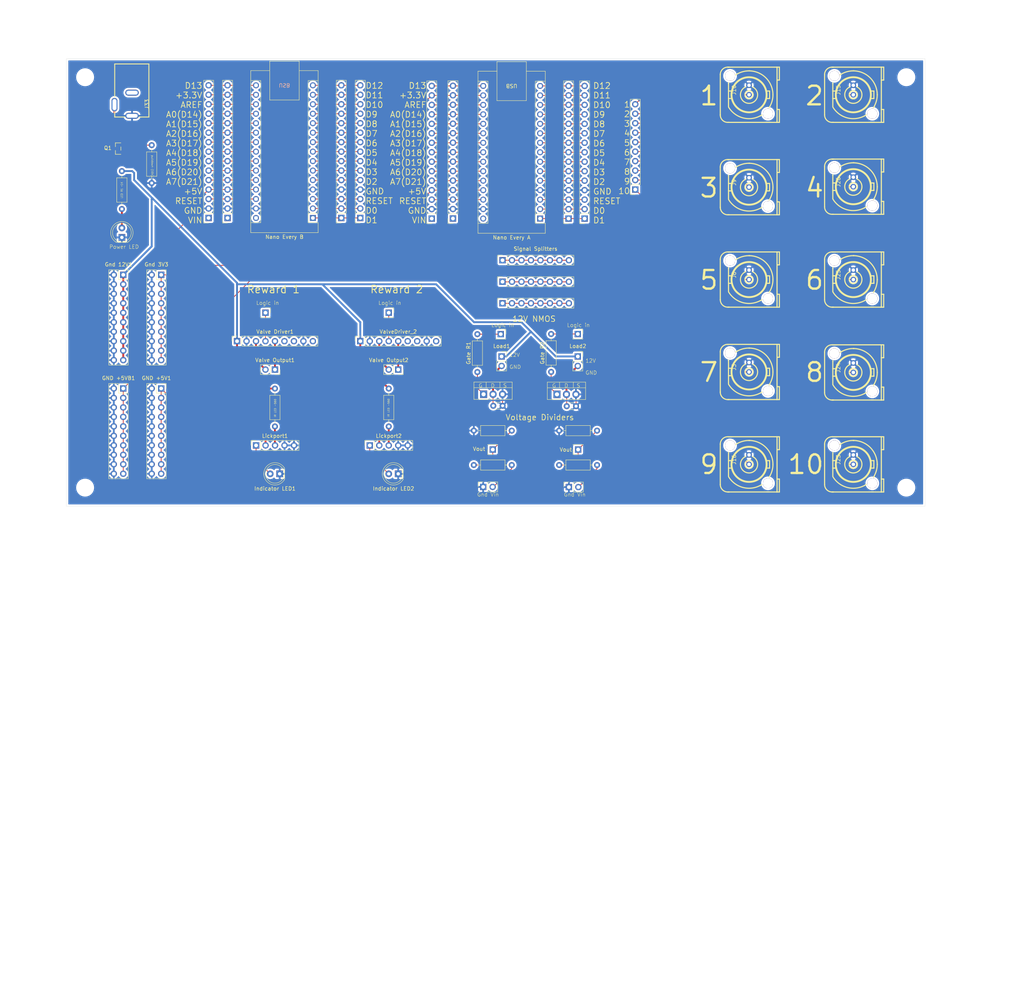
<source format=kicad_pcb>
(kicad_pcb (version 20241229) (generator "pcbnew") (generator_version "9.0")
  (title_block (title "Matrix Rigs PCB") (date "2025-04-25") (rev "1.0") (company "Saleem lab") (comment 1 "E. A. B. Horrocks"))
  (layers (0 "F.Cu" signal) (2 "B.Cu" jumper) (13 "F.Paste" user) (15 "B.Paste" user) (5 "F.SilkS" user "F.Silkscreen") (7 "B.SilkS" user "B.Silkscreen") (1 "F.Mask" user) (3 "B.Mask" user) (25 "Edge.Cuts" user))
  (net 0 "")
  (net 1 "D3")
  (net 2 "A3")
  (net 3 "A7")
  (net 4 "AREF")
  (net 5 "TX1")
  (net 6 "A1")
  (net 7 "D11")
  (net 8 "D8")
  (net 9 "D4")
  (net 10 "D5")
  (net 11 "+5V")
  (net 12 "A0")
  (net 13 "D9")
  (net 14 "RST")
  (net 15 "D10")
  (net 16 "GND")
  (net 17 "D13")
  (net 18 "A4")
  (net 19 "RX0")
  (net 20 "A2")
  (net 21 "D12")
  (net 22 "D6")
  (net 23 "A5")
  (net 24 "D2")
  (net 25 "A6")
  (net 26 "VIN")
  (net 27 "D7")
  (net 28 "+3V3")
  (net 29 "Net-(J3-In)")
  (net 30 "Net-(J10-In)")
  (net 31 "D2_B")
  (net 32 "D10_B")
  (net 33 "A4_B")
  (net 34 "D3_B")
  (net 35 "D4_B")
  (net 36 "RX0_B")
  (net 37 "D12_B")
  (net 38 "+5V_B")
  (net 39 "AREF_B")
  (net 40 "A1_B")
  (net 41 "A2_B")
  (net 42 "D11_B")
  (net 43 "RST_B")
  (net 44 "A5_B")
  (net 45 "D13_B")
  (net 46 "A7_B")
  (net 47 "D7_B")
  (net 48 "A0_B")
  (net 49 "D9_B")
  (net 50 "D5_B")
  (net 51 "+3V3_B")
  (net 52 "A6_B")
  (net 54 "D6_B")
  (net 55 "A3_B")
  (net 56 "TX1_B")
  (net 57 "D8_B")
  (net 58 "VIN_B")
  (net 59 "+12V")
  (net 63 "Net-(Load1-Pin_2)")
  (net 64 "Net-(NMOS-T220-G)")
  (net 67 "Net-(D3-A)")
  (net 68 "Net-(SignalSplitter1-Pin_1)")
  (net 69 "Net-(SignalSplitter2-Pin_1)")
  (net 70 "Net-(SignalSplitter3-Pin_1)")
  (net 71 "Net-(J25-In)")
  (net 72 "Net-(J4-Pin_6)")
  (net 73 "Net-(J26-In)")
  (net 74 "Net-(J15-In)")
  (net 75 "Net-(J4-Pin_8)")
  (net 76 "Net-(J24-In)")
  (net 77 "Net-(J23-In)")
  (net 78 "Net-(J16-In)")
  (net 79 "Net-(Q1-S)")
  (net 80 "Net-(Q1-G)")
  (net 81 "Net-(Indicator LED1-A)")
  (net 82 "Net-(Indicator LED2-A)")
  (net 83 "Net-(J7-Pin_1)")
  (net 84 "Net-(J11-Pin_2)")
  (net 85 "Net-(J8-Pin_1)")
  (net 86 "Net-(Q3-G)")
  (net 87 "Net-(Lickport1-Pin_3)")
  (net 88 "Net-(Lickport2-Pin_3)")
  (net 89 "Net-(J12-Pin_2)")
  (net 90 "Net-(J13-Pin_2)")
  (net 91 "Net-(Output1-Pin_1)")
  (net 92 "Net-(Output2-Pin_1)")
  (net 93 "Net-(Valve Driver1-Pin_4)")
  (net 94 "Net-(Valve Driver1-Pin_5)")
  (net 97 "Net-(Valve Driver1-Pin_3)")
  (net 99 "Net-(Valve logic in2-Pin_1)")
  (net 100 "Net-(Valve Output2-Pin_1)")
  (net 101 "Net-(Valve Output2-Pin_2)")
  (footprint "Connector_PinSocket_2.54mm:PinSocket_1x05_P2.54mm_Vertical" (layer "F.Cu") (at 556.26 233.68 90)
    (property "Reference" "Lickport2")
    (property "Value" "Conn_01x05_Socket" (hide yes))
  )
  (footprint "easyeda2kicad:CONN-TH_1-1337541-0" (layer "F.Cu") (at 685.8 163.07 90)
    (property "Reference" "J26")
    (property "Value" "Conn_Coaxial")
  )
  (footprint "Resistor_THT:R_Axial_DIN0207_L6.3mm_D2.5mm_P10.16mm_Horizontal" (layer "F.Cu") (at 604.847479 213.981602 90)
    (property "Reference" "Gate R2")
    (property "Value" "10-100kohm")
  )
  (footprint "Connector_PinSocket_2.54mm:PinSocket_1x08_P2.54mm_Vertical" (layer "F.Cu") (at 591.82 189.812888 90)
    (property "Reference" "SignalSplitter2" (hide yes))
    (property "Value" "Conn_01x08_Pin" (hide yes))
  )
  (footprint "Connector_PinSocket_2.54mm:PinSocket_1x02_P2.54mm_Vertical" (layer "F.Cu") (at 609.599999 244.854078 90)
    (property "Reference" "J12" (hide yes))
    (property "Value" "Conn_01x02_Socket" (hide yes))
  )
  (footprint "Capacitor_THT:C_Disc_D3.0mm_W1.6mm_P2.50mm" (layer "F.Cu") (at 609.021947 223.167663)
    (property "Reference" "C2" (hide yes))
    (property "Value" "C")
  )
  (footprint "Connector_PinSocket_2.54mm:PinSocket_1x02_P2.54mm_Vertical" (layer "F.Cu") (at 586.633583 244.805674 90)
    (property "Reference" "J13" (hide yes))
    (property "Value" "Conn_01x02_Socket" (hide yes))
  )
  (footprint "Connector_PinSocket_2.54mm:PinSocket_1x15_P2.54mm_Vertical" (layer "F.Cu") (at 609.510281 172.88415 180)
    (property "Reference" "J1" (hide yes))
    (property "Value" "Conn_01x15_Socket" (hide yes))
  )
  (footprint "Package_TO_SOT_THT:TO-220-3_Vertical" (layer "F.Cu") (at 606.409472 219.998789)
    (property "Reference" "Q3" (hide yes))
    (property "Value" "NMOS")
  )
  (footprint "LED_THT:LED_D5.0mm" (layer "F.Cu") (at 489.849877 177.936616 90)
    (property "Reference" "D3" (hide yes))
    (property "Value" "LED")
  )
  (footprint "Connector_PinSocket_2.54mm:PinSocket_1x15_P2.54mm_Vertical" (layer "F.Cu") (at 572.860711 172.886306 180)
    (property "Reference" "J32" (hide yes))
    (property "Value" "Conn_01x15_Socket" (hide yes))
  )
  (footprint "Connector_PinSocket_2.54mm:PinSocket_1x01_P2.54mm_Vertical" (layer "F.Cu") (at 589.210449 234.796928 180)
    (property "Reference" "Vout")
    (property "Value" "Conn_01x01_Socket" (hide yes))
  )
  (footprint "Connector_PinSocket_2.54mm:PinSocket_1x15_P2.54mm_Vertical" (layer "F.Cu") (at 518.16 172.72 180)
    (property "Reference" "J30" (hide yes))
    (property "Value" "Conn_01x15_Socket" (hide yes))
  )
  (footprint "MountingHole:MountingHole_4.3mm_M4" (layer "F.Cu") (at 480 135)
    (property "Reference" "H1" (hide yes))
    (property "Value" "MountingHole")
  )
  (footprint "easyeda2kicad:CONN-TH_1-1337541-0" (layer "F.Cu") (at 657.86 187.96 90)
    (property "Reference" "J6")
    (property "Value" "Conn_Coaxial")
  )
  (footprint "Connector_PinSocket_2.54mm:PinSocket_1x02_P2.54mm_Vertical" (layer "F.Cu") (at 591.569472 209.838789)
    (property "Reference" "Load1")
    (property "Value" "Conn_01x02_Socket" (hide yes))
  )
  (footprint "Resistor_THT:R_Axial_DIN0207_L6.3mm_D2.5mm_P10.16mm_Horizontal" (layer "F.Cu") (at 594.290449 238.937533 180)
    (property "Reference" "VoltageDivider_R1_2" (hide yes))
    (property "Value" "R")
  )
  (footprint "Connector_PinSocket_2.54mm:PinSocket_2x10_P2.54mm_Vertical" (layer "F.Cu") (at 490.22 187.96)
    (property "Reference" "Gnd 12V1")
    (property "Value" "Conn_02x10_Top_Bottom" (hide yes))
  )
  (footprint "Connector_PinSocket_2.54mm:PinSocket_1x01_P2.54mm_Vertical" (layer "F.Cu") (at 591.343693 203.860398)
    (property "Reference" "J7" (hide yes))
    (property "Value" "Conn_01x01_Socket" (hide yes))
  )
  (footprint "LED_THT:LED_D5.0mm" (layer "F.Cu") (at 532.125 241.3 180)
    (property "Reference" "Indicator LED1")
    (property "Value" "LED")
  )
  (footprint "Module:Arduino_Nano" (layer "F.Cu") (at 601.890281 172.88415 180)
    (property "Reference" "Nano Every A")
    (property "Value" "Arduino_Nano_v3.A")
  )
  (footprint "Resistor_THT:R_Axial_DIN0207_L6.3mm_D2.5mm_P10.16mm_Horizontal" (layer "F.Cu") (at 497.84 153.20375 -90)
    (property "Reference" "R8" (hide yes))
    (property "Value" "10-100kohm")
  )
  (footprint "easyeda2kicad:CONN-TH_1-1337541-0" (layer "F.Cu") (at 685.8 187.96 90)
    (property "Reference" "J25")
    (property "Value" "Conn_Coaxial")
  )
  (footprint "Resistor_THT:R_Axial_DIN0207_L6.3mm_D2.5mm_P10.16mm_Horizontal" (layer "F.Cu") (at 561.34 218.44 -90)
    (property "Reference" "IR LED -560")
    (property "Value" "560ohm" (hide yes))
  )
  (footprint "Connector_PinSocket_2.54mm:PinSocket_1x15_P2.54mm_Vertical" (layer "F.Cu") (at 548.64 172.72 180)
    (property "Reference" "J29" (hide yes))
    (property "Value" "Conn_01x15_Socket" (hide yes))
  )
  (footprint "Connector_PinSocket_2.54mm:PinSocket_1x09_P2.54mm_Vertical" (layer "F.Cu") (at 520.7 205.74 90)
    (property "Reference" "Valve Driver1")
    (property "Value" "Conn_01x09_Socket" (hide yes))
  )
  (footprint "Connector_PinSocket_2.54mm:PinSocket_2x10_P2.54mm_Vertical" (layer "F.Cu") (at 500.38 218.415579)
    (property "Reference" "GND +5V1")
    (property "Value" "Conn_02x10_Top_Bottom" (hide yes))
  )
  (footprint "Resistor_THT:R_Axial_DIN0207_L6.3mm_D2.5mm_P10.16mm_Horizontal" (layer "F.Cu") (at 530.85 218.44 -90)
    (property "Reference" "IR LED -1" (hide yes))
    (property "Value" "560ohm" (hide yes))
  )
  (footprint "LED_THT:LED_D5.0mm" (layer "F.Cu") (at 563.88 241.3 180)
    (property "Reference" "Indicator LED2")
    (property "Value" "LED")
  )
  (footprint "Module:Arduino_Nano" (layer "F.Cu") (at 541.02 172.72 180)
    (property "Reference" "Nano Every B")
    (property "Value" "Arduino_Nano_v3.B")
  )
  (footprint "Connector_PinSocket_2.54mm:PinSocket_1x02_P2.54mm_Vertical" (layer "F.Cu") (at 611.987479 209.838789)
    (property "Reference" "Load2")
    (property "Value" "Conn_01x02_Socket" (hide yes))
  )
  (footprint "Connector_PinSocket_2.54mm:PinSocket_1x15_P2.54mm_Vertical" (layer "F.Cu") (at 513.08 172.72 180)
    (property "Reference" "J28" (hide yes))
    (property "Value" "Conn_01x15_Socket" (hide yes))
  )
  (footprint "Connector_PinSocket_2.54mm:PinSocket_2x10_P2.54mm_Vertical" (layer "F.Cu") (at 490.22 218.415579)
    (property "Reference" "GND +5VB1")
    (property "Value" "Conn_02x10_Top_Bottom" (hide yes))
  )
  (footprint "Resistor_THT:R_Axial_DIN0207_L6.3mm_D2.5mm_P10.16mm_Horizontal" (layer "F.Cu") (at 585.083693 214.020398 90)
    (property "Reference" "Gate R1")
    (property "Value" "10-100kohm" (hide yes))
  )
  (footprint "Connector_PinSocket_2.54mm:PinSocket_1x02_P2.54mm_Vertical" (layer "F.Cu") (at 530.86 213.36 -90)
    (property "Reference" "Valve Output1")
    (property "Value" "Conn_01x02_Socket")
  )
  (footprint "easyeda2kicad:SOT-23-3_L2.9-W1.3-P1.90-LS2.4-BR" (layer "F.Cu") (at 488.849877 154.126616)
    (property "Reference" "Q1")
    (property "Value" "PMOS")
  )
  (footprint "Resistor_THT:R_Axial_DIN0207_L6.3mm_D2.5mm_P10.16mm_Horizontal" (layer "F.Cu") (at 489.849877 160.156616 -90)
    (property "Reference" "LED R1 ~1K")
    (property "Value" "1kohm" (hide yes))
  )
  (footprint "Package_TO_SOT_THT:TO-220-3_Vertical" (layer "F.Cu") (at 586.743693 219.970398)
    (property "Reference" "NMOS-T220" (hide yes))
    (property "Value" "NMOS")
  )
  (footprint "Connector_PinSocket_2.54mm:PinSocket_1x05_P2.54mm_Vertical" (layer "F.Cu") (at 525.8 233.68 90)
    (property "Reference" "Lickport1")
    (property "Value" "Conn_01x05_Socket" (hide yes))
  )
  (footprint "easyeda2kicad:CONN-TH_1-1337541-0" (layer "F.Cu") (at 657.86 212.725 90)
    (property "Reference" "J3")
    (property "Value" "Conn_Coaxial")
  )
  (footprint "easyeda2kicad:CONN-TH_1-1337541-0" (layer "F.Cu") (at 685.8 138.43 90)
    (property "Reference" "J15")
    (property "Value" "Conn_Coaxial" (hide yes))
  )
  (footprint "Connector_PinSocket_2.54mm:PinSocket_1x02_P2.54mm_Vertical" (layer "F.Cu") (at 563.88 213.36 -90)
    (property "Reference" "Valve Output2")
    (property "Value" "Conn_01x02_Socket" (hide yes))
  )
  (footprint "Connector_PinSocket_2.54mm:PinSocket_1x10_P2.54mm_Vertical" (layer "F.Cu") (at 627.38 165.1 180)
    (property "Reference" "J4" (hide yes))
    (property "Value" "Conn_01x10_Socket" (hide yes))
  )
  (footprint "Connector_PinSocket_2.54mm:PinSocket_1x15_P2.54mm_Vertical" (layer "F.Cu") (at 553.72 172.72 180)
    (property "Reference" "J27" (hide yes))
    (property "Value" "Conn_01x15_Socket" (hide yes))
  )
  (footprint "Connector_PinSocket_2.54mm:PinSocket_1x01_P2.54mm_Vertical" (layer "F.Cu") (at 612.070449 234.796928 180)
    (property "Reference" "Vout")
    (property "Value" "Conn_01x01_Socket" (hide yes))
  )
  (footprint "Connector_PinSocket_2.54mm:PinSocket_1x01_P2.54mm_Vertical" (layer "F.Cu") (at 611.987479 203.821602)
    (property "Reference" "J8" (hide yes))
    (property "Value" "Conn_01x01_Socket" (hide yes))
  )
  (footprint "Connector_PinSocket_2.54mm:PinSocket_1x09_P2.54mm_Vertical" (layer "F.Cu") (at 553.72 205.74 90)
    (property "Reference" "ValveDriver_2")
    (property "Value" "Conn_01x09_Socket" (hide yes))
  )
  (footprint "easyeda2kicad:CONN-TH_1-1337541-0" (layer "F.Cu") (at 685.8 212.85 90)
    (property "Reference" "J24")
    (property "Value" "Conn_Coaxial")
  )
  (footprint "Resistor_THT:R_Axial_DIN0207_L6.3mm_D2.5mm_P10.16mm_Horizontal" (layer "F.Cu") (at 617.150449 229.716928 180)
    (property "Reference" "VoltageDivider_R2_1" (hide yes))
    (property "Value" "VoltageDivider_R2_1" (hide yes))
  )
  (footprint "Connector_PinSocket_2.54mm:PinSocket_1x15_P2.54mm_Vertical" (layer "F.Cu") (at 613.808433 172.886552 180)
    (property "Reference" "J31" (hide yes))
    (property "Value" "Conn_01x15_Socket" (hide yes))
  )
  (footprint "Connector_PinSocket_2.54mm:PinSocket_2x10_P2.54mm_Vertical" (layer "F.Cu") (at 500.38 187.96)
    (property "Reference" "Gnd 3V3")
    (property "Value" "Conn_02x10_Top_Bottom" (hide yes))
  )
  (footprint "Capacitor_THT:C_Disc_D3.0mm_W1.6mm_P2.50mm" (layer "F.Cu") (at 589.346136 223.053323)
    (property "Reference" "C1" (hide yes))
    (property "Value" "C")
  )
  (footprint "easyeda2kicad:DC-IN-TH_XDJK-0051-025" (layer "F.Cu") (at 490.22 142.24 -90)
    (property "Reference" "J33")
    (property "Value" "Barrel_Jack_Switch_Pin3Ring" (hide yes))
  )
  (footprint "Resistor_THT:R_Axial_DIN0207_L6.3mm_D2.5mm_P10.16mm_Horizontal" (layer "F.Cu") (at 617.150449 238.937533 180)
    (property "Reference" "VoltageDivider_R1_1" (hide yes))
    (property "Value" "R")
  )
  (footprint "Connector_PinSocket_2.54mm:PinSocket_1x15_P2.54mm_Vertical" (layer "F.Cu") (at 578.543316 172.857151 180)
    (property "Reference" "J2" (hide yes))
    (property "Value" "Conn_01x15_Socket" (hide yes))
  )
  (footprint "easyeda2kicad:CONN-TH_1-1337541-0" (layer "F.Cu") (at 657.86 237.49 90)
    (property "Reference" "J16")
    (property "Value" "Conn_Coaxial")
  )
  (footprint "MountingHole:MountingHole_4.3mm_M4" (layer "F.Cu") (at 700 245)
    (property "Reference" "H2" (hide yes))
    (property "Value" "MountingHole")
  )
  (footprint "Resistor_THT:R_Axial_DIN0207_L6.3mm_D2.5mm_P10.16mm_Horizontal" (layer "F.Cu") (at 594.290449 229.716928 180)
    (property "Reference" "VoltageDivider_R2_2" (hide yes))
    (property "Value" "VoltageDivider_R2_2" (hide yes))
  )
  (footprint "MountingHole:MountingHole_4.3mm_M4" (layer "F.Cu") (at 480 245)
    (property "Reference" "H3" (hide yes))
    (property "Value" "MountingHole")
  )
  (footprint "Connector_PinSocket_2.54mm:PinSocket_1x08_P2.54mm_Vertical" (layer "F.Cu") (at 591.82 184.045775 90)
    (property "Reference" "Signal Splitters")
    (property "Value" "Conn_01x08_Pin" (hide yes))
  )
  (footprint "Connector_PinSocket_2.54mm:PinSocket_1x08_P2.54mm_Vertical" (layer "F.Cu") (at 591.82 195.58 90)
    (property "Reference" "SignalSplitter3" (hide yes))
    (property "Value" "Conn_01x08_Pin" (hide yes))
  )
  (footprint "Connector_PinSocket_2.54mm:PinSocket_1x01_P2.54mm_Vertical" (layer "F.Cu") (at 528.32 198.12)
    (property "Reference" "Valve logic in1" (hide yes))
    (property "Value" "Conn_01x01_Socket" (hide yes))
  )
  (footprint "MountingHole:MountingHole_4.3mm_M4" (layer "F.Cu") (at 700 135)
    (property "Reference" "H4" (hide yes))
    (property "Value" "MountingHole")
  )
  (footprint "easyeda2kicad:CONN-TH_1-1337541-0" (layer "F.Cu") (at 657.86 163.195 90)
    (property "Reference" "J9")
    (property "Value" "Conn_Coaxial")
  )
  (footprint "easyeda2kicad:CONN-TH_1-1337541-0" (layer "F.Cu") (at 685.8 237.49 90)
    (property "Reference" "J23")
    (property "Value" "Conn_Coaxial")
  )
  (footprint "easyeda2kicad:CONN-TH_1-1337541-0" (layer "F.Cu") (at 657.86 138.43 90)
    (property "Reference" "J10")
    (property "Value" "Conn_Coaxial")
  )
  (footprint "Connector_PinSocket_2.54mm:PinSocket_1x01_P2.54mm_Vertical" (layer "F.Cu") (at 561.34 198.12)
    (property "Reference" "Valve logic in2" (hide yes))
    (property "Value" "Conn_01x01_Socket" (hide yes))
  )
  (gr_rect (start 475 130) (end 705 250) (stroke (width 0.05)) (fill no) (layer "Edge.Cuts"))
  (gr_text "Logic in" (at 588.768156 202.038308 0) (layer "F.SilkS") (effects (font (size 1 1) (thickness 0.1)) (justify left bottom)))
  (gr_text "Voltage Dividers" (at 592.541253 227.051077 0) (layer "F.SilkS") (effects (font (size 1.5 1.5) (thickness 0.1875)) (justify left bottom)))
  (gr_text "D12\nD11\nD10\nD9\nD8\nD7\nD6\nD5\nD4\nD3\nD2\nGND\nRESET\nD0\nD1" (at 555.05 155.27334 0) (layer "F.SilkS") (effects (font (size 1.6 1.6) (thickness 0.2)) (justify left)))
  (gr_text "1\n2\n3\n4\n5\n6\n7\n8\n9\n10" (at 626.05 166.43 0) (layer "F.SilkS") (effects (font (size 1.6 1.6) (thickness 0.19375)) (justify right bottom)))
  (gr_text "5" (at 644.321473 192.305675 0) (layer "F.SilkS") (effects (font (size 5 5) (thickness 0.625)) (justify left bottom)))
  (gr_text "7" (at 644.321473 217.008513 0) (layer "F.SilkS") (effects (font (size 5 5) (thickness 0.625)) (justify left bottom)))
  (gr_text "IR LED -560" (at 530.922817 223.665211 90) (layer "F.SilkS") (effects (font (size 0.5 0.5) (thickness 0.0625))))
  (gr_text "3" (at 644.321473 167.602838 0) (layer "F.SilkS") (effects (font (size 5 5) (thickness 0.625)) (justify left bottom)))
  (gr_text "2" (at 672.606789 142.9 0) (layer "F.SilkS") (effects (font (size 5 5) (thickness 0.625)) (justify left bottom)))
  (gr_text "G   D   S" (at 605.053781 218.238789 0) (layer "F.SilkS") (effects (font (size 1 1) (thickness 0.1)) (justify left bottom)))
  (gr_text "6" (at 672.606789 192.305675 0) (layer "F.SilkS") (effects (font (size 5 5) (thickness 0.625)) (justify left bottom)))
  (gr_text "9" (at 644.321473 241.71135 0) (layer "F.SilkS") (effects (font (size 5 5) (thickness 0.625)) (justify left bottom)))
  (gr_text "Reward 2" (at 556.26 193.04 0) (layer "F.SilkS") (effects (font (size 2 2) (thickness 0.25)) (justify left bottom)))
  (gr_text "pulldown (10k)" (at 497.722034 155.832317 270) (layer "F.SilkS") (effects (font (size 0.5 0.5) (thickness 0.0625)) (justify left bottom)))
  (gr_text "1" (at 644.321473 142.9 0) (layer "F.SilkS") (effects (font (size 5 5) (thickness 0.625)) (justify left bottom)))
  (gr_text "D12\nD11\nD10\nD9\nD8\nD7\nD6\nD5\nD4\nD3\nD2\nGND\nRESET\nD0\nD1" (at 616 155.316738 0) (layer "F.SilkS") (effects (font (size 1.6 1.6) (thickness 0.2)) (justify left)))
  (gr_text "4" (at 672.606789 167.602838 0) (layer "F.SilkS") (effects (font (size 5 5) (thickness 0.625)) (justify left bottom)))
  (gr_text "Reward 1" (at 523.24 193.04 0) (layer "F.SilkS") (effects (font (size 2 2) (thickness 0.25)) (justify left bottom)))
  (gr_text "Logic in" (at 558.515582 196.090642 0) (layer "F.SilkS") (effects (font (size 1 1) (thickness 0.1)) (justify left bottom)))
  (gr_text "12V NMOS" (at 594.36 200.66 0) (layer "F.SilkS") (effects (font (size 1.5 1.5) (thickness 0.1875)) (justify left bottom)))
  (gr_text "8" (at 672.606789 217.008513 0) (layer "F.SilkS") (effects (font (size 5 5) (thickness 0.625)) (justify left bottom)))
  (gr_text "10" (at 678.243694 241.71135 0) (layer "F.SilkS") (effects (font (size 5 5) (thickness 0.625)) (justify right bottom)))
  (gr_text "Logic in" (at 609.049361 202.038308 0) (layer "F.SilkS") (effects (font (size 1 1) (thickness 0.1)) (justify left bottom)))
  (gr_text "G   D   S" (at 585.367849 218.210398 0) (layer "F.SilkS") (effects (font (size 1 1) (thickness 0.1)) (justify left bottom)))
  (gr_text "12V\n\nGND" (at 613.988695 214.788889 0) (layer "F.SilkS") (effects (font (size 1 1) (thickness 0.1)) (justify left bottom)))
  (gr_text "Logic in" (at 525.770391 196.090642 0) (layer "F.SilkS") (effects (font (size 1 1) (thickness 0.1)) (justify left bottom)))
  (gr_text "D13\n+3.3V\nAREF\nA0(D14)\nA1(D15)\nA2(D16)\nA3(D17)\nA4(D18)\nA5(D19)\nA6(D20)\nA7(D21)\n+5V\nRESET\nGND\nVIN" (at 511.5 174.261111 0) (layer "F.SilkS") (effects (font (size 1.6 1.6) (thickness 0.2)) (justify right bottom)))
  (gr_text "12V\n\nGND" (at 593.627016 213.2301 0) (layer "F.SilkS") (effects (font (size 1 1) (thickness 0.1)) (justify left bottom)))
  (gr_text "Gnd Vin" (at 608.203495 247.444884 0) (layer "F.SilkS") (effects (font (size 1 1) (thickness 0.1)) (justify left bottom)))
  (gr_text "Power LED" (at 486.421519 181.041075 0) (layer "F.SilkS") (effects (font (size 1 1) (thickness 0.1)) (justify left bottom)))
  (gr_text "D13\n+3.3V\nAREF\nA0(D14)\nA1(D15)\nA2(D16)\nA3(D17)\nA4(D18)\nA5(D19)\nA6(D20)\nA7(D21)\n+5V\nRESET\nGND\nVIN" (at 571.5 174.261111 0) (layer "F.SilkS") (effects (font (size 1.6 1.6) (thickness 0.2)) (justify right bottom)))
  (gr_text "Gnd Vin" (at 584.969656 247.444884 0) (layer "F.SilkS") (effects (font (size 1 1) (thickness 0.1)) (justify left bottom)))
  (segment (start 611.268433 160.186552) (end 613.808433 160.186552) (width 0.2) (layer "F.Cu") (net 1))
  (segment (start 601.880281 160.18415) (end 611.266031 160.18415) (width 0.2) (layer "F.Cu") (net 1))
  (segment (start 611.266031 160.18415) (end 611.268433 160.186552) (width 0.2) (layer "F.Cu") (net 1))
  (segment (start 576.275463 152.566306) (end 576.277619 152.56415) (width 0.2) (layer "F.Cu") (net 2))
  (segment (start 572.860711 152.566306) (end 576.275463 152.566306) (width 0.2) (layer "F.Cu") (net 2))
  (segment (start 576.277619 152.56415) (end 586.640281 152.56415) (width 0.2) (layer "F.Cu") (net 2))
  (segment (start 576.277619 162.72415) (end 586.640281 162.72415) (width 0.2) (layer "F.Cu") (net 3))
  (segment (start 572.860711 162.726306) (end 576.275463 162.726306) (width 0.2) (layer "F.Cu") (net 3))
  (segment (start 576.275463 162.726306) (end 576.277619 162.72415) (width 0.2) (layer "F.Cu") (net 3))
  (segment (start 576.275463 142.406306) (end 576.277619 142.40415) (width 0.2) (layer "F.Cu") (net 4))
  (segment (start 576.277619 142.40415) (end 586.640281 142.40415) (width 0.2) (layer "F.Cu") (net 4))
  (segment (start 572.860711 142.406306) (end 576.275463 142.406306) (width 0.2) (layer "F.Cu") (net 4))
  (segment (start 611.268433 172.886552) (end 613.808433 172.886552) (width 0.2) (layer "F.Cu") (net 5))
  (segment (start 611.266031 172.88415) (end 611.268433 172.886552) (width 0.2) (layer "F.Cu") (net 5))
  (segment (start 601.880281 172.88415) (end 611.266031 172.88415) (width 0.2) (layer "F.Cu") (net 5))
  (segment (start 576.275463 147.486306) (end 576.277619 147.48415) (width 0.2) (layer "F.Cu") (net 6))
  (segment (start 576.277619 147.48415) (end 586.640281 147.48415) (width 0.2) (layer "F.Cu") (net 6))
  (segment (start 572.860711 147.486306) (end 576.275463 147.486306) (width 0.2) (layer "F.Cu") (net 6))
  (segment (start 611.268433 139.866552) (end 613.808433 139.866552) (width 0.2) (layer "F.Cu") (net 7))
  (segment (start 601.880281 139.86415) (end 611.266031 139.86415) (width 0.2) (layer "F.Cu") (net 7))
  (segment (start 611.266031 139.86415) (end 611.268433 139.866552) (width 0.2) (layer "F.Cu") (net 7))
  (segment (start 604.432683 147.486552) (end 613.808433 147.486552) (width 0.2) (layer "F.Cu") (net 8))
  (segment (start 601.880281 147.48415) (end 604.430281 147.48415) (width 0.2) (layer "F.Cu") (net 8))
  (segment (start 604.430281 147.48415) (end 604.432683 147.486552) (width 0.2) (layer "F.Cu") (net 8))
  (segment (start 611.268433 157.646552) (end 613.808433 157.646552) (width 0.2) (layer "F.Cu") (net 9))
  (segment (start 601.880281 157.64415) (end 611.266031 157.64415) (width 0.2) (layer "F.Cu") (net 9))
  (segment (start 611.266031 157.64415) (end 611.268433 157.646552) (width 0.2) (layer "F.Cu") (net 9))
  (segment (start 601.892683 155.106552) (end 613.808433 155.106552) (width 0.2) (layer "F.Cu") (net 10))
  (segment (start 601.890281 155.10415) (end 601.892683 155.106552) (width 0.2) (layer "F.Cu") (net 10))
  (segment (start 505.46 223.495579) (end 505.484421 223.495579) (width 0.2) (layer "F.Cu") (net 11))
  (segment (start 561.34 187.96) (end 563.88 185.42) (width 0.2) (layer "F.Cu") (net 11))
  (segment (start 500.38 218.415579) (end 505.46 223.495579) (width 0.2) (layer "F.Cu") (net 11))
  (segment (start 525.78 187.96) (end 561.34 187.96) (width 0.2) (layer "F.Cu") (net 11))
  (segment (start 576.277619 165.26415) (end 586.640281 165.26415) (width 0.2) (layer "F.Cu") (net 11))
  (segment (start 500.38 218.415579) (end 500.38 241.275579) (width 0.2) (layer "F.Cu") (net 11))
  (segment (start 510.54 203.2) (end 525.78 187.96) (width 0.2) (layer "F.Cu") (net 11))
  (segment (start 572.860711 165.266306) (end 576.275463 165.266306) (width 0.2) (layer "F.Cu") (net 11))
  (segment (start 510.54 218.44) (end 510.54 203.2) (width 0.2) (layer "F.Cu") (net 11))
  (segment (start 563.88 174.247017) (end 572.860711 165.266306) (width 0.2) (layer "F.Cu") (net 11))
  (segment (start 563.88 185.42) (end 563.88 174.247017) (width 0.2) (layer "F.Cu") (net 11))
  (segment (start 576.275463 165.266306) (end 576.277619 165.26415) (width 0.2) (layer "F.Cu") (net 11))
  (segment (start 505.484421 223.495579) (end 510.54 218.44) (width 0.2) (layer "F.Cu") (net 11))
  (segment (start 572.860711 144.946306) (end 576.275463 144.946306) (width 0.2) (layer "F.Cu") (net 12))
  (segment (start 576.275463 144.946306) (end 576.277619 144.94415) (width 0.2) (layer "F.Cu") (net 12))
  (segment (start 576.277619 144.94415) (end 586.640281 144.94415) (width 0.2) (layer "F.Cu") (net 12))
  (segment (start 611.266031 144.94415) (end 611.268433 144.946552) (width 0.2) (layer "F.Cu") (net 13))
  (segment (start 601.880281 144.94415) (end 611.266031 144.94415) (width 0.2) (layer "F.Cu") (net 13))
  (segment (start 611.268433 144.946552) (end 613.808433 144.946552) (width 0.2) (layer "F.Cu") (net 13))
  (segment (start 576.275463 167.806306) (end 576.277619 167.80415) (width 0.2) (layer "F.Cu") (net 14))
  (segment (start 576.277619 167.80415) (end 586.640281 167.80415) (width 0.2) (layer "F.Cu") (net 14))
  (segment (start 601.880281 167.80415) (end 611.266031 167.80415) (width 0.2) (layer "F.Cu") (net 14))
  (segment (start 572.860711 167.806306) (end 576.275463 167.806306) (width 0.2) (layer "F.Cu") (net 14))
  (segment (start 611.268433 167.806552) (end 613.808433 167.806552) (width 0.2) (layer "F.Cu") (net 14))
  (segment (start 611.266031 167.80415) (end 611.268433 167.806552) (width 0.2) (layer "F.Cu") (net 14))
  (segment (start 601.880281 142.40415) (end 604.430281 142.40415) (width 0.2) (layer "F.Cu") (net 15))
  (segment (start 604.432683 142.406552) (end 613.808433 142.406552) (width 0.2) (layer "F.Cu") (net 15))
  (segment (start 604.430281 142.40415) (end 604.432683 142.406552) (width 0.2) (layer "F.Cu") (net 15))
  (segment (start 572.860711 170.346306) (end 576.275463 170.346306) (width 0.2) (layer "F.Cu") (net 16))
  (segment (start 611.266031 165.26415) (end 611.268433 165.266552) (width 0.2) (layer "F.Cu") (net 16))
  (segment (start 591.823693 219.970398) (end 591.823693 223.03088) (width 0.2) (layer "F.Cu") (net 16))
  (segment (start 601.880281 165.26415) (end 611.266031 165.26415) (width 0.2) (layer "F.Cu") (net 16))
  (segment (start 576.277619 170.34415) (end 586.640281 170.34415) (width 0.2) (layer "F.Cu") (net 16))
  (segment (start 611.268433 165.266552) (end 613.808433 165.266552) (width 0.2) (layer "F.Cu") (net 16))
  (segment (start 611.521947 220.031264) (end 611.489472 219.998789) (width 0.2) (layer "F.Cu") (net 16))
  (segment (start 576.275463 170.346306) (end 576.277619 170.34415) (width 0.2) (layer "F.Cu") (net 16))
  (segment (start 541.02 165.1) (end 553.72 165.1) (width 0.2) (layer "F.Cu") (net 16))
  (segment (start 611.521947 223.167663) (end 611.521947 220.031264) (width 0.2) (layer "F.Cu") (net 16))
  (segment (start 525.78 170.18) (end 513.08 170.18) (width 0.2) (layer "F.Cu") (net 16))
  (segment (start 591.823693 223.03088) (end 591.846136 223.053323) (width 0.2) (layer "F.Cu") (net 16))
  (segment (start 572.860711 137.326306) (end 576.275463 137.326306) (width 0.2) (layer "F.Cu") (net 17))
  (segment (start 576.277619 137.32415) (end 586.640281 137.32415) (width 0.2) (layer "F.Cu") (net 17))
  (segment (start 576.275463 137.326306) (end 576.277619 137.32415) (width 0.2) (layer "F.Cu") (net 17))
  (segment (start 586.640281 155.10415) (end 576.277619 155.10415) (width 0.2) (layer "F.Cu") (net 18))
  (segment (start 576.275463 155.106306) (end 572.860711 155.106306) (width 0.2) (layer "F.Cu") (net 18))
  (segment (start 576.277619 155.10415) (end 576.275463 155.106306) (width 0.2) (layer "F.Cu") (net 18))
  (segment (start 601.880281 170.34415) (end 611.266031 170.34415) (width 0.2) (layer "F.Cu") (net 19))
  (segment (start 611.268433 170.346552) (end 613.808433 170.346552) (width 0.2) (layer "F.Cu") (net 19))
  (segment (start 611.266031 170.34415) (end 611.268433 170.346552) (width 0.2) (layer "F.Cu") (net 19))
  (segment (start 576.275463 150.026306) (end 576.277619 150.02415) (width 0.2) (layer "F.Cu") (net 20))
  (segment (start 576.277619 150.02415) (end 586.640281 150.02415) (width 0.2) (layer "F.Cu") (net 20))
  (segment (start 572.860711 150.026306) (end 576.275463 150.026306) (width 0.2) (layer "F.Cu") (net 20))
  (segment (start 601.880281 137.32415) (end 611.266031 137.32415) (width 0.2) (layer "F.Cu") (net 21))
  (segment (start 611.266031 137.32415) (end 611.268433 137.326552) (width 0.2) (layer "F.Cu") (net 21))
  (segment (start 611.268433 137.326552) (end 613.808433 137.326552) (width 0.2) (layer "F.Cu") (net 21))
  (segment (start 611.266031 152.56415) (end 611.268433 152.566552) (width 0.2) (layer "F.Cu") (net 22))
  (segment (start 601.880281 152.56415) (end 611.266031 152.56415) (width 0.2) (layer "F.Cu") (net 22))
  (segment (start 611.268433 152.566552) (end 613.808433 152.566552) (width 0.2) (layer "F.Cu") (net 22))
  (segment (start 576.275463 157.646306) (end 576.277619 157.64415) (width 0.2) (layer "F.Cu") (net 23))
  (segment (start 576.277619 157.64415) (end 586.640281 157.64415) (width 0.2) (layer "F.Cu") (net 23))
  (segment (start 572.860711 157.646306) (end 576.275463 157.646306) (width 0.2) (layer "F.Cu") (net 23))
  (segment (start 601.880281 162.72415) (end 611.266031 162.72415) (width 0.2) (layer "F.Cu") (net 24))
  (segment (start 611.268433 162.726552) (end 613.808433 162.726552) (width 0.2) (layer "F.Cu") (net 24))
  (segment (start 611.266031 162.72415) (end 611.268433 162.726552) (width 0.2) (layer "F.Cu") (net 24))
  (segment (start 576.277619 160.18415) (end 586.640281 160.18415) (width 0.2) (layer "F.Cu") (net 25))
  (segment (start 576.275463 160.186306) (end 576.277619 160.18415) (width 0.2) (layer "F.Cu") (net 25))
  (segment (start 572.860711 160.186306) (end 576.275463 160.186306) (width 0.2) (layer "F.Cu") (net 25))
  (segment (start 611.268433 150.026552) (end 613.808433 150.026552) (width 0.2) (layer "F.Cu") (net 27))
  (segment (start 601.880281 150.02415) (end 611.266031 150.02415) (width 0.2) (layer "F.Cu") (net 27))
  (segment (start 611.266031 150.02415) (end 611.268433 150.026552) (width 0.2) (layer "F.Cu") (net 27))
  (segment (start 510.54 185.42) (end 548.64 185.42) (width 0.2) (layer "F.Cu") (net 28))
  (segment (start 548.64 185.42) (end 561.34 172.72) (width 0.2) (layer "F.Cu") (net 28))
  (segment (start 500.38 187.96) (end 500.38 210.82) (width 0.2) (layer "F.Cu") (net 28))
  (segment (start 500.38 187.96) (end 508 187.96) (width 0.2) (layer "F.Cu") (net 28))
  (segment (start 561.34 151.387017) (end 572.860711 139.866306) (width 0.2) (layer "F.Cu") (net 28))
  (segment (start 572.860711 139.866306) (end 576.275463 139.866306) (width 0.2) (layer "F.Cu") (net 28))
  (segment (start 576.275463 139.866306) (end 576.277619 139.86415) (width 0.2) (layer "F.Cu") (net 28))
  (segment (start 576.277619 139.86415) (end 586.640281 139.86415) (width 0.2) (layer "F.Cu") (net 28))
  (segment (start 508 187.96) (end 510.54 185.42) (width 0.2) (layer "F.Cu") (net 28))
  (segment (start 561.34 172.72) (end 561.34 151.387017) (width 0.2) (layer "F.Cu") (net 28))
  (segment (start 627.38 157.48) (end 632.46 157.48) (width 0.2) (layer "F.Cu") (net 29))
  (segment (start 632.46 157.48) (end 637.54 162.56) (width 0.2) (layer "F.Cu") (net 29))
  (segment (start 637.54 198.12) (end 653.415 213.995) (width 0.2) (layer "F.Cu") (net 29))
  (segment (start 637.54 162.56) (end 637.54 198.12) (width 0.2) (layer "F.Cu") (net 29))
  (segment (start 653.415 213.995) (end 657.86 213.995) (width 0.2) (layer "F.Cu") (net 29))
  (segment (start 627.38 142.24) (end 629.92 139.7) (width 0.2) (layer "F.Cu") (net 30))
  (segment (start 629.92 139.7) (end 657.86 139.7) (width 0.2) (layer "F.Cu") (net 30))
  (segment (start 541.02 162.56) (end 553.72 162.56) (width 0.2) (layer "F.Cu") (net 31))
  (segment (start 541.02 142.24) (end 553.72 142.24) (width 0.2) (layer "F.Cu") (net 32))
  (segment (start 513.08 154.94) (end 525.78 154.94) (width 0.2) (layer "F.Cu") (net 33))
  (segment (start 541.02 160.02) (end 553.72 160.02) (width 0.2) (layer "F.Cu") (net 34))
  (segment (start 541.02 157.48) (end 553.72 157.48) (width 0.2) (layer "F.Cu") (net 35))
  (segment (start 541.02 170.18) (end 553.72 170.18) (width 0.2) (layer "F.Cu") (net 36))
  (segment (start 541.02 137.16) (end 553.72 137.16) (width 0.2) (layer "F.Cu") (net 37))
  (segment (start 510.54 170.18) (end 510.54 167.64) (width 0.2) (layer "F.Cu") (net 38))
  (segment (start 490.22 218.415579) (end 490.22 241.275579) (width 0.2) (layer "F.Cu") (net 38))
  (segment (start 490.244421 218.415579) (end 494.068364 214.591636) (width 0.2) (layer "F.Cu") (net 38))
  (segment (start 490.22 218.415579) (end 490.244421 218.415579) (width 0.2) (layer "F.Cu") (net 38))
  (segment (start 494.068364 186.651636) (end 510.54 170.18) (width 0.2) (layer "F.Cu") (net 38))
  (segment (start 510.54 167.64) (end 513.08 165.1) (width 0.2) (layer "F.Cu") (net 38))
  (segment (start 525.78 165.1) (end 513.08 165.1) (width 0.2) (layer "F.Cu") (net 38))
  (segment (start 494.068364 214.591636) (end 494.068364 186.651636) (width 0.2) (layer "F.Cu") (net 38))
  (segment (start 513.08 142.24) (end 525.78 142.24) (width 0.2) (layer "F.Cu") (net 39))
  (segment (start 513.08 147.32) (end 525.78 147.32) (width 0.2) (layer "F.Cu") (net 40))
  (segment (start 513.08 149.86) (end 525.78 149.86) (width 0.2) (layer "F.Cu") (net 41))
  (segment (start 541.02 139.7) (end 553.72 139.7) (width 0.2) (layer "F.Cu") (net 42))
  (segment (start 541.02 167.64) (end 553.72 167.64) (width 0.2) (layer "F.Cu") (net 43))
  (segment (start 513.08 167.64) (end 525.78 167.64) (width 0.2) (layer "F.Cu") (net 43))
  (segment (start 513.08 157.48) (end 525.78 157.48) (width 0.2) (layer "F.Cu") (net 44))
  (segment (start 513.08 137.16) (end 525.78 137.16) (width 0.2) (layer "F.Cu") (net 45))
  (segment (start 513.08 162.56) (end 525.78 162.56) (width 0.2) (layer "F.Cu") (net 46))
  (segment (start 541.02 149.86) (end 553.72 149.86) (width 0.2) (layer "F.Cu") (net 47))
  (segment (start 513.08 144.78) (end 525.78 144.78) (width 0.2) (layer "F.Cu") (net 48))
  (segment (start 541.02 144.78) (end 553.72 144.78) (width 0.2) (layer "F.Cu") (net 49))
  (segment (start 541.02 154.94) (end 553.72 154.94) (width 0.2) (layer "F.Cu") (net 50))
  (segment (start 513.08 139.7) (end 525.78 139.7) (width 0.2) (layer "F.Cu") (net 51))
  (segment (start 513.08 160.02) (end 525.78 160.02) (width 0.2) (layer "F.Cu") (net 52))
  (segment (start 541.02 152.4) (end 553.72 152.4) (width 0.2) (layer "F.Cu") (net 54))
  (segment (start 513.08 152.4) (end 525.78 152.4) (width 0.2) (layer "F.Cu") (net 55))
  (segment (start 541.02 172.72) (end 553.72 172.72) (width 0.2) (layer "F.Cu") (net 56))
  (segment (start 541.02 147.32) (end 553.72 147.32) (width 0.2) (layer "F.Cu") (net 57))
  (segment (start 558.8 228.6) (end 556.26 226.06) (width 0.5) (layer "F.Cu") (net 59))
  (segment (start 556.26 213.36) (end 561.34 218.44) (width 0.5) (layer "F.Cu") (net 59))
  (segment (start 553.72 205.74) (end 553.72 210.82) (width 0.5) (layer "F.Cu") (net 59))
  (segment (start 525.78 226.06) (end 528.34 228.62) (width 0.5) (layer "F.Cu") (net 59))
  (segment (start 556.26 226.06) (end 556.26 213.36) (width 0.5) (layer "F.Cu") (net 59))
  (segment (start 525.78 218.44) (end 530.85 218.44) (width 0.5) (layer "F.Cu") (net 59))
  (segment (start 558.8 233.68) (end 558.8 228.6) (width 0.5) (layer "F.Cu") (net 59))
  (segment (start 553.72 210.82) (end 556.26 213.36) (width 0.5) (layer "F.Cu") (net 59))
  (segment (start 525.78 218.44) (end 525.78 226.06) (width 0.5) (layer "F.Cu") (net 59))
  (segment (start 520.7 213.36) (end 525.78 218.44) (width 0.5) (layer "F.Cu") (net 59))
  (segment (start 490.22 187.96) (end 490.22 210.82) (width 0.5) (layer "F.Cu") (net 59))
  (segment (start 528.34 228.62) (end 528.34 233.68) (width 0.5) (layer "F.Cu") (net 59))
  (segment (start 520.7 205.74) (end 520.7 213.36) (width 0.5) (layer "F.Cu") (net 59))
  (segment (start 497.84 167.64) (end 497.84 180.34) (width 0.5) (layer "B.Cu") (net 59))
  (segment (start 520.7 205.74) (end 520.7 190.5) (width 0.5) (layer "B.Cu") (net 59))
  (segment (start 493.14 160.673232) (end 493.14 162.56) (width 0.5) (layer "B.Cu") (net 59))
  (segment (start 543.56 190.5) (end 553.72 200.66) (width 0.5) (layer "B.Cu") (net 59))
  (segment (start 543.56 190.5) (end 574.04 190.5) (width 0.5) (layer "B.Cu") (net 59))
  (segment (start 606.078789 209.838789) (end 611.987479 209.838789) (width 0.5) (layer "B.Cu") (net 59))
  (segment (start 553.72 200.66) (end 553.72 205.74) (width 0.5) (layer "B.Cu") (net 59))
  (segment (start 599.44 203.2) (end 606.078789 209.838789) (width 0.5) (layer "B.Cu") (net 59))
  (segment (start 584.2 200.66) (end 596.9 200.66) (width 0.5) (layer "B.Cu") (net 59))
  (segment (start 599.44 203.2) (end 592.801211 209.838789) (width 0.5) (layer "B.Cu") (net 59))
  (segment (start 520.7 190.5) (end 520.7 190.12) (width 0.5) (layer "B.Cu") (net 59))
  (segment (start 596.9 200.66) (end 599.44 203.2) (width 0.5) (layer "B.Cu") (net 59))
  (segment (start 520.7 190.5) (end 543.56 190.5) (width 0.5) (layer "B.Cu") (net 59))
  (segment (start 497.84 180.34) (end 490.22 187.96) (width 0.5) (layer "B.Cu") (net 59))
  (segment (start 574.04 190.5) (end 584.2 200.66) (width 0.5) (layer "B.Cu") (net 59))
  (segment (start 592.801211 209.838789) (end 591.569472 209.838789) (width 0.5) (layer "B.Cu") (net 59))
  (segment (start 520.7 190.12) (end 498.03 167.45) (width 0.5) (layer "B.Cu") (net 59))
  (segment (start 492.623384 160.156616) (end 489.849877 160.156616) (width 0.5) (layer "B.Cu") (net 59))
  (segment (start 492.623384 160.156616) (end 493.14 160.673232) (width 0.5) (layer "B.Cu") (net 59))
  (segment (start 498.03 167.45) (end 493.14 162.56) (width 0.5) (layer "B.Cu") (net 59))
  (segment (start 498.03 167.45) (end 497.84 167.64) (width 0.5) (layer "B.Cu") (net 59))
  (segment (start 589.283693 214.664568) (end 589.283693 219.970398) (width 0.5) (layer "F.Cu") (net 63))
  (segment (start 589.283693 219.970398) (end 589.283693 222.99088) (width 0.2) (layer "F.Cu") (net 63))
  (segment (start 589.283693 222.99088) (end 589.346136 223.053323) (width 0.2) (layer "F.Cu") (net 63))
  (segment (start 591.569472 212.378789) (end 589.283693 214.664568) (width 0.5) (layer "F.Cu") (net 63))
  (segment (start 585.083693 218.310398) (end 586.743693 219.970398) (width 0.2) (layer "F.Cu") (net 64))
  (segment (start 585.083693 214.020398) (end 585.083693 218.310398) (width 0.2) (layer "F.Cu") (net 64))
  (segment (start 489.849877 170.316616) (end 489.849877 175.396616) (width 0.5) (layer "F.Cu") (net 67))
  (segment (start 591.82 184.045775) (end 609.6 184.045775) (width 0.2) (layer "F.Cu") (net 68))
  (segment (start 591.844502 189.847655) (end 609.624502 189.847655) (width 0.2) (layer "F.Cu") (net 69))
  (segment (start 591.805 195.605) (end 609.585 195.605) (width 0.2) (layer "F.Cu") (net 70))
  (segment (start 676.91 189.23) (end 685.8 189.23) (width 0.2) (layer "F.Cu") (net 71))
  (segment (start 632.46 154.94) (end 640.08 162.56) (width 0.2) (layer "F.Cu") (net 71))
  (segment (start 668.02 198.12) (end 676.91 189.23) (width 0.2) (layer "F.Cu") (net 71))
  (segment (start 627.38 154.94) (end 632.46 154.94) (width 0.2) (layer "F.Cu") (net 71))
  (segment (start 640.08 187.96) (end 650.24 198.12) (width 0.2) (layer "F.Cu") (net 71))
  (segment (start 650.24 198.12) (end 668.02 198.12) (width 0.2) (layer "F.Cu") (net 71))
  (segment (start 640.08 162.56) (end 640.08 187.96) (width 0.2) (layer "F.Cu") (net 71))
  (segment (start 627.38 152.4) (end 635 152.4) (width 0.2) (layer "F.Cu") (net 72))
  (segment (start 651.51 189.23) (end 657.86 189.23) (width 0.2) (layer "F.Cu") (net 72))
  (segment (start 642.62 180.34) (end 651.51 189.23) (width 0.2) (layer "F.Cu") (net 72))
  (segment (start 642.62 160.02) (end 642.62 180.34) (width 0.2) (layer "F.Cu") (net 72))
  (segment (start 635 152.4) (end 642.62 160.02) (width 0.2) (layer "F.Cu") (net 72))
  (segment (start 676.4 164.34) (end 685.8 164.34) (width 0.2) (layer "F.Cu") (net 73))
  (segment (start 635 149.86) (end 645.16 160.02) (width 0.2) (layer "F.Cu") (net 73))
  (segment (start 645.16 170.18) (end 650.24 175.26) (width 0.2) (layer "F.Cu") (net 73))
  (segment (start 665.48 175.26) (end 676.4 164.34) (width 0.2) (layer "F.Cu") (net 73))
  (segment (start 650.24 175.26) (end 665.48 175.26) (width 0.2) (layer "F.Cu") (net 73))
  (segment (start 627.38 149.86) (end 635 149.86) (width 0.2) (layer "F.Cu") (net 73))
  (segment (start 645.16 160.02) (end 645.16 170.18) (width 0.2) (layer "F.Cu") (net 73))
  (segment (start 627.38 144.78) (end 647.7 144.78) (width 0.2) (layer "F.Cu") (net 74))
  (segment (start 647.7 144.78) (end 652.78 149.86) (width 0.2) (layer "F.Cu") (net 74))
  (segment (start 665.48 149.86) (end 675.64 139.7) (width 0.2) (layer "F.Cu") (net 74))
  (segment (start 652.78 149.86) (end 665.48 149.86) (width 0.2) (layer "F.Cu") (net 74))
  (segment (start 675.64 139.7) (end 685.8 139.7) (width 0.2) (layer "F.Cu") (net 74))
  (segment (start 627.38 147.32) (end 645.16 147.32) (width 0.2) (layer "F.Cu") (net 75))
  (segment (start 645.16 147.32) (end 655.32 157.48) (width 0.2) (layer "F.Cu") (net 75))
  (segment (start 655.32 157.48) (end 655.32 161.925) (width 0.2) (layer "F.Cu") (net 75))
  (segment (start 655.32 161.925) (end 657.86 164.465) (width 0.2) (layer "F.Cu") (net 75))
  (segment (start 650.24 223.52) (end 668.02 223.52) (width 0.2) (layer "F.Cu") (net 76))
  (segment (start 627.38 160.02) (end 632.46 160.02) (width 0.2) (layer "F.Cu") (net 76))
  (segment (start 677.42 214.12) (end 685.8 214.12) (width 0.2) (layer "F.Cu") (net 76))
  (segment (start 632.46 160.02) (end 635 162.56) (width 0.2) (layer "F.Cu") (net 76))
  (segment (start 668.02 223.52) (end 677.42 214.12) (width 0.2) (layer "F.Cu") (net 76))
  (segment (start 635 208.28) (end 650.24 223.52) (width 0.2) (layer "F.Cu") (net 76))
  (segment (start 635 162.56) (end 635 208.28) (width 0.2) (layer "F.Cu") (net 76))
  (segment (start 629.92 228.6) (end 650.24 248.92) (width 0.2) (layer "F.Cu") (net 77))
  (segment (start 629.92 167.64) (end 629.92 228.6) (width 0.2) (layer "F.Cu") (net 77))
  (segment (start 675.64 238.76) (end 685.8 238.76) (width 0.2) (layer "F.Cu") (net 77))
  (segment (start 627.38 165.1) (end 629.92 167.64) (width 0.2) (layer "F.Cu") (net 77))
  (segment (start 650.24 248.92) (end 665.48 248.92) (width 0.2) (layer "F.Cu") (net 77))
  (segment (start 665.48 248.92) (end 675.64 238.76) (width 0.2) (layer "F.Cu") (net 77))
  (segment (start 652.78 228.6) (end 655.32 231.14) (width 0.2) (layer "F.Cu") (net 78))
  (segment (start 632.46 210.82) (end 650.24 228.6) (width 0.2) (layer "F.Cu") (net 78))
  (segment (start 627.38 162.56) (end 629.92 162.56) (width 0.2) (layer "F.Cu") (net 78))
  (segment (start 655.32 236.22) (end 657.86 238.76) (width 0.2) (layer "F.Cu") (net 78))
  (segment (start 632.46 165.1) (end 632.46 210.82) (width 0.2) (layer "F.Cu") (net 78))
  (segment (start 629.92 162.56) (end 632.46 165.1) (width 0.2) (layer "F.Cu") (net 78))
  (segment (start 655.32 231.14) (end 655.32 236.22) (width 0.2) (layer "F.Cu") (net 78))
  (segment (start 650.24 228.6) (end 652.78 228.6) (width 0.2) (layer "F.Cu") (net 78))
  (segment (start 487.849877 142.826616) (end 487.499877 142.476616) (width 0.5) (layer "F.Cu") (net 79))
  (segment (start 487.849877 154.126616) (end 487.849877 142.826616) (width 0.5) (layer "F.Cu") (net 79))
  (segment (start 493.724562 153.176616) (end 493.751696 153.20375) (width 0.2) (layer "F.Cu") (net 80))
  (segment (start 489.849877 153.176616) (end 493.724562 153.176616) (width 0.2) (layer "F.Cu") (net 80))
  (segment (start 493.751696 153.20375) (end 497.84 153.20375) (width 0.2) (layer "F.Cu") (net 80))
  (segment (start 529.585 241.3) (end 525.8 237.515) (width 0.2) (layer "F.Cu") (net 81))
  (segment (start 525.8 237.515) (end 525.8 233.68) (width 0.2) (layer "F.Cu") (net 81))
  (segment (start 561.34 241.3) (end 556.26 236.22) (width 0.2) (layer "F.Cu") (net 82))
  (segment (start 556.26 236.22) (end 556.26 233.68) (width 0.2) (layer "F.Cu") (net 82))
  (segment (start 591.343693 203.860398) (end 585.083693 203.860398) (width 0.2) (layer "F.Cu") (net 83))
  (segment (start 609.021947 223.167663) (end 609.021947 220.071264) (width 0.2) (layer "F.Cu") (net 84))
  (segment (start 609.021947 220.071264) (end 608.949472 219.998789) (width 0.2) (layer "F.Cu") (net 84))
  (segment (start 611.987479 212.378789) (end 608.949472 215.416796) (width 0.5) (layer "F.Cu") (net 84))
  (segment (start 608.949472 215.416796) (end 608.949472 219.998789) (width 0.5) (layer "F.Cu") (net 84))
  (segment (start 604.847479 203.821602) (end 611.987479 203.821602) (width 0.2) (layer "F.Cu") (net 85))
  (segment (start 604.847479 213.981602) (end 604.847479 218.436796) (width 0.2) (layer "F.Cu") (net 86))
  (segment (start 604.847479 218.436796) (end 606.409472 219.998789) (width 0.2) (layer "F.Cu") (net 86))
  (segment (start 530.85 228.6) (end 530.85 233.65) (width 0.5) (layer "F.Cu") (net 87))
  (segment (start 530.85 233.65) (end 530.88 233.68) (width 0.2) (layer "F.Cu") (net 87))
  (segment (start 561.34 228.6) (end 561.34 233.68) (width 0.5) (layer "F.Cu") (net 88))
  (segment (start 617.150449 239.876928) (end 617.150449 238.937533) (width 0.2) (layer "F.Cu") (net 89))
  (segment (start 612.070449 244.956928) (end 617.150449 239.876928) (width 0.2) (layer "F.Cu") (net 89))
  (segment (start 589.210449 244.956928) (end 594.290449 239.876928) (width 0.2) (layer "F.Cu") (net 90))
  (segment (start 594.290449 239.876928) (end 594.290449 238.937533) (width 0.2) (layer "F.Cu") (net 90))
  (segment (start 612.070449 237.336928) (end 612.070449 234.796928) (width 0.2) (layer "F.Cu") (net 91))
  (segment (start 612.070449 234.796928) (end 617.150449 229.716928) (width 0.2) (layer "F.Cu") (net 91))
  (segment (start 610.469844 238.937533) (end 612.070449 237.336928) (width 0.2) (layer "F.Cu") (net 91))
  (segment (start 606.990449 238.937533) (end 610.469844 238.937533) (width 0.2) (layer "F.Cu") (net 91))
  (segment (start 587.609844 238.937533) (end 589.210449 237.336928) (width 0.2) (layer "F.Cu") (net 92))
  (segment (start 589.210449 237.336928) (end 589.210449 234.796928) (width 0.2) (layer "F.Cu") (net 92))
  (segment (start 584.130449 238.937533) (end 587.609844 238.937533) (width 0.2) (layer "F.Cu") (net 92))
  (segment (start 589.210449 234.796928) (end 594.290449 229.716928) (width 0.2) (layer "F.Cu") (net 92))
  (segment (start 528.32 198.12) (end 528.32 205.74) (width 0.2) (layer "F.Cu") (net 93))
  (segment (start 530.86 205.74) (end 530.86 213.36) (width 0.5) (layer "F.Cu") (net 94))
  (segment (start 525.78 210.82) (end 525.78 205.74) (width 0.5) (layer "F.Cu") (net 97))
  (segment (start 528.32 213.36) (end 525.78 210.82) (width 0.5) (layer "F.Cu") (net 97))
  (segment (start 561.34 205.74) (end 561.34 198.12) (width 0.2) (layer "F.Cu") (net 99))
  (segment (start 563.88 205.74) (end 563.88 213.36) (width 0.5) (layer "F.Cu") (net 100))
  (segment (start 558.8 210.82) (end 561.34 213.36) (width 0.5) (layer "F.Cu") (net 101))
  (segment (start 558.8 205.74) (end 558.8 210.82) (width 0.5) (layer "F.Cu") (net 101))
  (zone (net 16) (net_name "GND") (layer "B.Cu") (connect_pads (clearance 0.5)) (min_thickness 0.25) (fill yes (thermal_gap 0.5) (thermal_bridge_width 0.5))
    (polygon (pts (xy 457.2 266.7) (xy 731.52 266.7) (xy 731.52 114.3) (xy 457.2 114.3)))
  )
)
</source>
